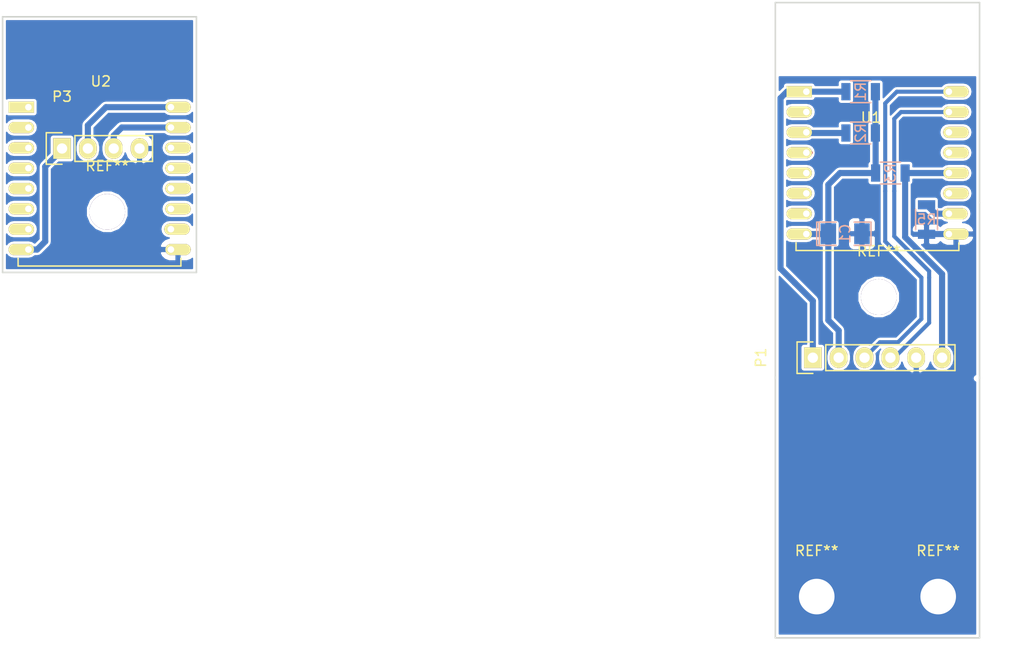
<source format=kicad_pcb>
(kicad_pcb (version 4) (host pcbnew 4.0.2+dfsg1-stable)

  (general
    (links 21)
    (no_connects 1)
    (area 208.839999 66.345999 230.453001 137.362001)
    (thickness 1.6)
    (drawings 16)
    (tracks 63)
    (zones 0)
    (modules 13)
    (nets 32)
  )

  (page A4)
  (layers
    (0 F.Cu signal)
    (31 B.Cu signal)
    (32 B.Adhes user)
    (33 F.Adhes user)
    (34 B.Paste user)
    (35 F.Paste user)
    (36 B.SilkS user)
    (37 F.SilkS user)
    (38 B.Mask user)
    (39 F.Mask user)
    (40 Dwgs.User user)
    (41 Cmts.User user)
    (42 Eco1.User user)
    (43 Eco2.User user)
    (44 Edge.Cuts user)
    (45 Margin user)
    (46 B.CrtYd user)
    (47 F.CrtYd user)
    (48 B.Fab user)
    (49 F.Fab user)
  )

  (setup
    (last_trace_width 0.6)
    (user_trace_width 0.4)
    (user_trace_width 0.6)
    (user_trace_width 0.8)
    (user_trace_width 1)
    (user_trace_width 1.2)
    (trace_clearance 0.2)
    (zone_clearance 0.25)
    (zone_45_only yes)
    (trace_min 0.2)
    (segment_width 0.2)
    (edge_width 0.15)
    (via_size 0.6)
    (via_drill 0.4)
    (via_min_size 0.4)
    (via_min_drill 0.3)
    (uvia_size 0.3)
    (uvia_drill 0.1)
    (uvias_allowed no)
    (uvia_min_size 0.2)
    (uvia_min_drill 0.1)
    (pcb_text_width 0.3)
    (pcb_text_size 1.5 1.5)
    (mod_edge_width 0.15)
    (mod_text_size 1 1)
    (mod_text_width 0.15)
    (pad_size 2.2352 2.2352)
    (pad_drill 1.016)
    (pad_to_mask_clearance 0.2)
    (aux_axis_origin 0 0)
    (visible_elements FFFFFF7F)
    (pcbplotparams
      (layerselection 0x01030_80000001)
      (usegerberextensions false)
      (excludeedgelayer true)
      (linewidth 0.100000)
      (plotframeref false)
      (viasonmask false)
      (mode 1)
      (useauxorigin false)
      (hpglpennumber 1)
      (hpglpenspeed 20)
      (hpglpendiameter 15)
      (hpglpenoverlay 2)
      (psnegative false)
      (psa4output false)
      (plotreference true)
      (plotvalue true)
      (plotinvisibletext false)
      (padsonsilk false)
      (subtractmaskfromsilk false)
      (outputformat 5)
      (mirror false)
      (drillshape 0)
      (scaleselection 1)
      (outputdirectory ""))
  )

  (net 0 "")
  (net 1 GND)
  (net 2 Vcc)
  (net 3 L2)
  (net 4 RXD)
  (net 5 TXD)
  (net 6 PRGM)
  (net 7 RST)
  (net 8 RXD_B)
  (net 9 TXD_B)
  (net 10 Vcc_B)
  (net 11 "Net-(R2-Pad1)")
  (net 12 "Net-(R5-Pad2)")
  (net 13 "Net-(U1-Pad2)")
  (net 14 "Net-(U1-Pad5)")
  (net 15 "Net-(U1-Pad6)")
  (net 16 "Net-(U1-Pad7)")
  (net 17 "Net-(U1-Pad13)")
  (net 18 "Net-(U1-Pad14)")
  (net 19 "Net-(U2-Pad1)")
  (net 20 "Net-(U2-Pad2)")
  (net 21 "Net-(U2-Pad3)")
  (net 22 "Net-(U2-Pad4)")
  (net 23 "Net-(U2-Pad5)")
  (net 24 "Net-(U2-Pad6)")
  (net 25 "Net-(U2-Pad7)")
  (net 26 "Net-(U2-Pad10)")
  (net 27 "Net-(U2-Pad11)")
  (net 28 "Net-(U2-Pad12)")
  (net 29 "Net-(U2-Pad13)")
  (net 30 "Net-(U2-Pad14)")
  (net 31 "Net-(U1-Pad11)")

  (net_class Default "This is the default net class."
    (clearance 0.2)
    (trace_width 0.25)
    (via_dia 0.6)
    (via_drill 0.4)
    (uvia_dia 0.3)
    (uvia_drill 0.1)
    (add_net GND)
    (add_net L2)
    (add_net "Net-(R2-Pad1)")
    (add_net "Net-(R5-Pad2)")
    (add_net "Net-(U1-Pad11)")
    (add_net "Net-(U1-Pad13)")
    (add_net "Net-(U1-Pad14)")
    (add_net "Net-(U1-Pad2)")
    (add_net "Net-(U1-Pad5)")
    (add_net "Net-(U1-Pad6)")
    (add_net "Net-(U1-Pad7)")
    (add_net "Net-(U2-Pad1)")
    (add_net "Net-(U2-Pad10)")
    (add_net "Net-(U2-Pad11)")
    (add_net "Net-(U2-Pad12)")
    (add_net "Net-(U2-Pad13)")
    (add_net "Net-(U2-Pad14)")
    (add_net "Net-(U2-Pad2)")
    (add_net "Net-(U2-Pad3)")
    (add_net "Net-(U2-Pad4)")
    (add_net "Net-(U2-Pad5)")
    (add_net "Net-(U2-Pad6)")
    (add_net "Net-(U2-Pad7)")
    (add_net PRGM)
    (add_net RST)
    (add_net RXD)
    (add_net RXD_B)
    (add_net TXD)
    (add_net TXD_B)
    (add_net Vcc)
    (add_net Vcc_B)
  )

  (module Mounting_Holes:MountingHole_3-5mm (layer F.Cu) (tedit 0) (tstamp 5B119F8C)
    (at 214.376 124.841)
    (descr "Mounting hole, Befestigungsbohrung, 3,5mm, No Annular, Kein Restring,")
    (tags "Mounting hole, Befestigungsbohrung, 3,5mm, No Annular, Kein Restring,")
    (fp_text reference REF** (at 0 -4.50088) (layer F.SilkS)
      (effects (font (size 1 1) (thickness 0.15)))
    )
    (fp_text value MountingHole_3-5mm (at 0 5.00126) (layer F.Fab)
      (effects (font (size 1 1) (thickness 0.15)))
    )
    (fp_circle (center 0 0) (end 3.5 0) (layer Cmts.User) (width 0.381))
    (pad 1 thru_hole circle (at 0 0) (size 3.5 3.5) (drill 3.5) (layers))
  )

  (module Mounting_Holes:MountingHole_3-5mm (layer F.Cu) (tedit 0) (tstamp 5B0B915B)
    (at 144.653 86.995)
    (descr "Mounting hole, Befestigungsbohrung, 3,5mm, No Annular, Kein Restring,")
    (tags "Mounting hole, Befestigungsbohrung, 3,5mm, No Annular, Kein Restring,")
    (fp_text reference REF** (at 0 -4.50088) (layer F.SilkS)
      (effects (font (size 1 1) (thickness 0.15)))
    )
    (fp_text value MountingHole_3-5mm (at 0 5.00126) (layer F.Fab)
      (effects (font (size 1 1) (thickness 0.15)))
    )
    (fp_circle (center 0 0) (end 3.5 0) (layer Cmts.User) (width 0.381))
    (pad 1 thru_hole circle (at 0 0) (size 3.5 3.5) (drill 3.5) (layers))
  )

  (module Mounting_Holes:MountingHole_3-5mm (layer F.Cu) (tedit 0) (tstamp 5B0B8FEC)
    (at 220.472 95.377)
    (descr "Mounting hole, Befestigungsbohrung, 3,5mm, No Annular, Kein Restring,")
    (tags "Mounting hole, Befestigungsbohrung, 3,5mm, No Annular, Kein Restring,")
    (fp_text reference REF** (at 0 -4.50088) (layer F.SilkS)
      (effects (font (size 1 1) (thickness 0.15)))
    )
    (fp_text value MountingHole_3-5mm (at 0 5.00126) (layer F.Fab)
      (effects (font (size 1 1) (thickness 0.15)))
    )
    (fp_circle (center 0 0) (end 3.5 0) (layer Cmts.User) (width 0.381))
    (pad 1 thru_hole circle (at 0 0) (size 3.5 3.5) (drill 3.5) (layers))
  )

  (module esp8266-16pin:ESP-12E (layer F.Cu) (tedit 5AB3C993) (tstamp 5AF03EB2)
    (at 213.36 75.184)
    (descr "Module, ESP-8266, ESP-12, 16 pad, SMD")
    (tags "Module ESP-8266 ESP8266")
    (path /5AF0328B)
    (fp_text reference U1 (at 6.35 2.54) (layer F.SilkS)
      (effects (font (size 1 1) (thickness 0.15)))
    )
    (fp_text value ESP-12E (at 6.35 6.35) (layer F.Fab) hide
      (effects (font (size 1 1) (thickness 0.15)))
    )
    (fp_line (start -2.25 -0.5) (end -2.25 -8.75) (layer F.CrtYd) (width 0.05))
    (fp_line (start -2.25 -8.75) (end 15.25 -8.75) (layer F.CrtYd) (width 0.05))
    (fp_line (start 15.25 -8.75) (end 16.25 -8.75) (layer F.CrtYd) (width 0.05))
    (fp_line (start 16.25 -8.75) (end 16.25 16) (layer F.CrtYd) (width 0.05))
    (fp_line (start 16.25 16) (end -2.25 16) (layer F.CrtYd) (width 0.05))
    (fp_line (start -2.25 16) (end -2.25 -0.5) (layer F.CrtYd) (width 0.05))
    (fp_line (start -1.016 -8.382) (end 14.986 -8.382) (layer F.CrtYd) (width 0.1524))
    (fp_line (start 14.986 -8.382) (end 14.986 -0.889) (layer F.CrtYd) (width 0.1524))
    (fp_line (start -1.016 -8.382) (end -1.016 -1.016) (layer F.CrtYd) (width 0.1524))
    (fp_line (start -1.016 14.859) (end -1.016 15.621) (layer F.SilkS) (width 0.1524))
    (fp_line (start -1.016 15.621) (end 14.986 15.621) (layer F.SilkS) (width 0.1524))
    (fp_line (start 14.986 15.621) (end 14.986 14.859) (layer F.SilkS) (width 0.1524))
    (fp_line (start 14.992 -8.4) (end -1.008 -2.6) (layer F.CrtYd) (width 0.1524))
    (fp_line (start -1.008 -8.4) (end 14.992 -2.6) (layer F.CrtYd) (width 0.1524))
    (fp_text user "No Copper" (at 6.892 -5.4) (layer F.CrtYd)
      (effects (font (size 1 1) (thickness 0.15)))
    )
    (fp_line (start -1.008 -2.6) (end 14.992 -2.6) (layer F.CrtYd) (width 0.1524))
    (fp_line (start 15 -8.4) (end 15 15.6) (layer F.Fab) (width 0.05))
    (fp_line (start 14.992 15.6) (end -1.008 15.6) (layer F.Fab) (width 0.05))
    (fp_line (start -1.008 15.6) (end -1.008 -8.4) (layer F.Fab) (width 0.05))
    (fp_line (start -1.008 -8.4) (end 14.992 -8.4) (layer F.Fab) (width 0.05))
    (pad 1 thru_hole rect (at 0 0) (size 2.5 1.1) (drill 0.65 (offset -0.7 0)) (layers *.Cu *.Mask F.SilkS)
      (net 7 RST))
    (pad 2 thru_hole oval (at 0 2) (size 2.5 1.1) (drill 0.65 (offset -0.7 0)) (layers *.Cu *.Mask F.SilkS)
      (net 13 "Net-(U1-Pad2)"))
    (pad 3 thru_hole oval (at 0 4) (size 2.5 1.1) (drill 0.65 (offset -0.7 0)) (layers *.Cu *.Mask F.SilkS)
      (net 11 "Net-(R2-Pad1)"))
    (pad 4 thru_hole oval (at 0 6) (size 2.5 1.1) (drill 0.65 (offset -0.7 0)) (layers *.Cu *.Mask F.SilkS)
      (net 3 L2))
    (pad 5 thru_hole oval (at 0 8) (size 2.5 1.1) (drill 0.65 (offset -0.7 0)) (layers *.Cu *.Mask F.SilkS)
      (net 14 "Net-(U1-Pad5)"))
    (pad 6 thru_hole oval (at 0 10) (size 2.5 1.1) (drill 0.65 (offset -0.7 0)) (layers *.Cu *.Mask F.SilkS)
      (net 15 "Net-(U1-Pad6)"))
    (pad 7 thru_hole oval (at 0 12) (size 2.5 1.1) (drill 0.65 (offset -0.7 0)) (layers *.Cu *.Mask F.SilkS)
      (net 16 "Net-(U1-Pad7)"))
    (pad 8 thru_hole oval (at 0 14) (size 2.5 1.1) (drill 0.65 (offset -0.7 0)) (layers *.Cu *.Mask F.SilkS)
      (net 2 Vcc))
    (pad 9 thru_hole oval (at 14 14) (size 2.5 1.1) (drill 0.65 (offset 0.7 0)) (layers *.Cu *.Mask F.SilkS)
      (net 1 GND))
    (pad 10 thru_hole oval (at 14 12) (size 2.5 1.1) (drill 0.65 (offset 0.6 0)) (layers *.Cu *.Mask F.SilkS)
      (net 12 "Net-(R5-Pad2)"))
    (pad 11 thru_hole oval (at 14 10) (size 2.5 1.1) (drill 0.65 (offset 0.7 0)) (layers *.Cu *.Mask F.SilkS)
      (net 31 "Net-(U1-Pad11)"))
    (pad 12 thru_hole oval (at 14 8) (size 2.5 1.1) (drill 0.65 (offset 0.7 0)) (layers *.Cu *.Mask F.SilkS)
      (net 6 PRGM))
    (pad 13 thru_hole oval (at 14 6) (size 2.5 1.1) (drill 0.65 (offset 0.7 0)) (layers *.Cu *.Mask F.SilkS)
      (net 17 "Net-(U1-Pad13)"))
    (pad 14 thru_hole oval (at 14 4) (size 2.5 1.1) (drill 0.65 (offset 0.7 0)) (layers *.Cu *.Mask F.SilkS)
      (net 18 "Net-(U1-Pad14)"))
    (pad 15 thru_hole oval (at 14 2) (size 2.5 1.1) (drill 0.65 (offset 0.7 0)) (layers *.Cu *.Mask F.SilkS)
      (net 4 RXD))
    (pad 16 thru_hole oval (at 14 0) (size 2.5 1.1) (drill 0.65 (offset 0.7 0)) (layers *.Cu *.Mask F.SilkS)
      (net 5 TXD))
    (model ${ESPLIB}/ESP8266.3dshapes/ESP-12E.wrl
      (at (xyz 0 0 0))
      (scale (xyz 0.3937 0.3937 0.3937))
      (rotate (xyz 0 0 0))
    )
  )

  (module SMD_Packages:SMD-1206_Pol (layer B.Cu) (tedit 5AF05C7D) (tstamp 5AF03E58)
    (at 217.17 89.154)
    (path /5AF0330D)
    (attr smd)
    (fp_text reference C1 (at 0 0 270) (layer B.SilkS)
      (effects (font (size 1 1) (thickness 0.15)) (justify mirror))
    )
    (fp_text value 100nF (at 0 2.032) (layer B.Fab)
      (effects (font (size 1 1) (thickness 0.15)) (justify mirror))
    )
    (fp_line (start -2.54 1.143) (end -2.794 1.143) (layer B.SilkS) (width 0.15))
    (fp_line (start -2.794 1.143) (end -2.794 -1.143) (layer B.SilkS) (width 0.15))
    (fp_line (start -2.794 -1.143) (end -2.54 -1.143) (layer B.SilkS) (width 0.15))
    (fp_line (start -2.54 1.143) (end -2.54 -1.143) (layer B.SilkS) (width 0.15))
    (fp_line (start -2.54 -1.143) (end -0.889 -1.143) (layer B.SilkS) (width 0.15))
    (fp_line (start 0.889 1.143) (end 2.54 1.143) (layer B.SilkS) (width 0.15))
    (fp_line (start 2.54 1.143) (end 2.54 -1.143) (layer B.SilkS) (width 0.15))
    (fp_line (start 2.54 -1.143) (end 0.889 -1.143) (layer B.SilkS) (width 0.15))
    (fp_line (start -0.889 1.143) (end -2.54 1.143) (layer B.SilkS) (width 0.15))
    (pad 1 smd rect (at -1.651 0) (size 1.524 2.032) (layers B.Cu B.Paste B.Mask)
      (net 2 Vcc))
    (pad 2 smd rect (at 1.651 0) (size 1.524 2.032) (layers B.Cu B.Paste B.Mask)
      (net 1 GND))
    (model SMD_Packages.3dshapes/SMD-1206_Pol.wrl
      (at (xyz 0 0 0))
      (scale (xyz 0.17 0.16 0.16))
      (rotate (xyz 0 0 0))
    )
  )

  (module Socket_Strips:Socket_Strip_Straight_1x04 (layer F.Cu) (tedit 0) (tstamp 5AF03E7A)
    (at 140.208 80.772)
    (descr "Through hole socket strip")
    (tags "socket strip")
    (path /5AF05AC9)
    (fp_text reference P3 (at 0 -5.1) (layer F.SilkS)
      (effects (font (size 1 1) (thickness 0.15)))
    )
    (fp_text value CONN_01X04 (at 0 -3.1) (layer F.Fab)
      (effects (font (size 1 1) (thickness 0.15)))
    )
    (fp_line (start -1.75 -1.75) (end -1.75 1.75) (layer F.CrtYd) (width 0.05))
    (fp_line (start 9.4 -1.75) (end 9.4 1.75) (layer F.CrtYd) (width 0.05))
    (fp_line (start -1.75 -1.75) (end 9.4 -1.75) (layer F.CrtYd) (width 0.05))
    (fp_line (start -1.75 1.75) (end 9.4 1.75) (layer F.CrtYd) (width 0.05))
    (fp_line (start 1.27 -1.27) (end 8.89 -1.27) (layer F.SilkS) (width 0.15))
    (fp_line (start 1.27 1.27) (end 8.89 1.27) (layer F.SilkS) (width 0.15))
    (fp_line (start -1.55 1.55) (end 0 1.55) (layer F.SilkS) (width 0.15))
    (fp_line (start 8.89 -1.27) (end 8.89 1.27) (layer F.SilkS) (width 0.15))
    (fp_line (start 1.27 1.27) (end 1.27 -1.27) (layer F.SilkS) (width 0.15))
    (fp_line (start 0 -1.55) (end -1.55 -1.55) (layer F.SilkS) (width 0.15))
    (fp_line (start -1.55 -1.55) (end -1.55 1.55) (layer F.SilkS) (width 0.15))
    (pad 1 thru_hole rect (at 0 0) (size 1.7272 2.032) (drill 1.016) (layers *.Cu *.Mask F.SilkS)
      (net 10 Vcc_B))
    (pad 2 thru_hole oval (at 2.54 0) (size 1.7272 2.032) (drill 1.016) (layers *.Cu *.Mask F.SilkS)
      (net 9 TXD_B))
    (pad 3 thru_hole oval (at 5.08 0) (size 1.7272 2.032) (drill 1.016) (layers *.Cu *.Mask F.SilkS)
      (net 8 RXD_B))
    (pad 4 thru_hole oval (at 7.62 0) (size 1.7272 2.032) (drill 1.016) (layers *.Cu *.Mask F.SilkS)
      (net 1 GND))
    (model Socket_Strips.3dshapes/Socket_Strip_Straight_1x04.wrl
      (at (xyz 0.15 0 0))
      (scale (xyz 1 1 1))
      (rotate (xyz 0 0 180))
    )
  )

  (module Resistors_SMD:R_1206 (layer B.Cu) (tedit 5AF05C64) (tstamp 5AF03E80)
    (at 218.694 75.184)
    (descr "Resistor SMD 1206, reflow soldering, Vishay (see dcrcw.pdf)")
    (tags "resistor 1206")
    (path /5AF036B1)
    (attr smd)
    (fp_text reference R1 (at 0 0 270) (layer B.SilkS)
      (effects (font (size 1 1) (thickness 0.15)) (justify mirror))
    )
    (fp_text value 10KR (at -4.318 0) (layer B.Fab)
      (effects (font (size 1 1) (thickness 0.15)) (justify mirror))
    )
    (fp_line (start -2.2 1.2) (end 2.2 1.2) (layer B.CrtYd) (width 0.05))
    (fp_line (start -2.2 -1.2) (end 2.2 -1.2) (layer B.CrtYd) (width 0.05))
    (fp_line (start -2.2 1.2) (end -2.2 -1.2) (layer B.CrtYd) (width 0.05))
    (fp_line (start 2.2 1.2) (end 2.2 -1.2) (layer B.CrtYd) (width 0.05))
    (fp_line (start 1 -1.075) (end -1 -1.075) (layer B.SilkS) (width 0.15))
    (fp_line (start -1 1.075) (end 1 1.075) (layer B.SilkS) (width 0.15))
    (pad 1 smd rect (at -1.45 0) (size 0.9 1.7) (layers B.Cu B.Paste B.Mask)
      (net 7 RST))
    (pad 2 smd rect (at 1.45 0) (size 0.9 1.7) (layers B.Cu B.Paste B.Mask)
      (net 2 Vcc))
    (model Resistors_SMD.3dshapes/R_1206.wrl
      (at (xyz 0 0 0))
      (scale (xyz 1 1 1))
      (rotate (xyz 0 0 0))
    )
  )

  (module Resistors_SMD:R_1206 (layer B.Cu) (tedit 5AF05C6B) (tstamp 5AF03E86)
    (at 218.694 79.248)
    (descr "Resistor SMD 1206, reflow soldering, Vishay (see dcrcw.pdf)")
    (tags "resistor 1206")
    (path /5AF0372E)
    (attr smd)
    (fp_text reference R2 (at 0 0 270) (layer B.SilkS)
      (effects (font (size 1 1) (thickness 0.15)) (justify mirror))
    )
    (fp_text value 10KR (at -4.318 0) (layer B.Fab)
      (effects (font (size 1 1) (thickness 0.15)) (justify mirror))
    )
    (fp_line (start -2.2 1.2) (end 2.2 1.2) (layer B.CrtYd) (width 0.05))
    (fp_line (start -2.2 -1.2) (end 2.2 -1.2) (layer B.CrtYd) (width 0.05))
    (fp_line (start -2.2 1.2) (end -2.2 -1.2) (layer B.CrtYd) (width 0.05))
    (fp_line (start 2.2 1.2) (end 2.2 -1.2) (layer B.CrtYd) (width 0.05))
    (fp_line (start 1 -1.075) (end -1 -1.075) (layer B.SilkS) (width 0.15))
    (fp_line (start -1 1.075) (end 1 1.075) (layer B.SilkS) (width 0.15))
    (pad 1 smd rect (at -1.45 0) (size 0.9 1.7) (layers B.Cu B.Paste B.Mask)
      (net 11 "Net-(R2-Pad1)"))
    (pad 2 smd rect (at 1.45 0) (size 0.9 1.7) (layers B.Cu B.Paste B.Mask)
      (net 2 Vcc))
    (model Resistors_SMD.3dshapes/R_1206.wrl
      (at (xyz 0 0 0))
      (scale (xyz 1 1 1))
      (rotate (xyz 0 0 0))
    )
  )

  (module Resistors_SMD:R_1206 (layer B.Cu) (tedit 5AF05CA3) (tstamp 5AF03E8C)
    (at 221.615 83.185)
    (descr "Resistor SMD 1206, reflow soldering, Vishay (see dcrcw.pdf)")
    (tags "resistor 1206")
    (path /5AF034C3)
    (attr smd)
    (fp_text reference R3 (at 0 0 270) (layer B.SilkS)
      (effects (font (size 1 1) (thickness 0.15)) (justify mirror))
    )
    (fp_text value 10KR (at -4.318 0) (layer B.Fab)
      (effects (font (size 1 1) (thickness 0.15)) (justify mirror))
    )
    (fp_line (start -2.2 1.2) (end 2.2 1.2) (layer B.CrtYd) (width 0.05))
    (fp_line (start -2.2 -1.2) (end 2.2 -1.2) (layer B.CrtYd) (width 0.05))
    (fp_line (start -2.2 1.2) (end -2.2 -1.2) (layer B.CrtYd) (width 0.05))
    (fp_line (start 2.2 1.2) (end 2.2 -1.2) (layer B.CrtYd) (width 0.05))
    (fp_line (start 1 -1.075) (end -1 -1.075) (layer B.SilkS) (width 0.15))
    (fp_line (start -1 1.075) (end 1 1.075) (layer B.SilkS) (width 0.15))
    (pad 1 smd rect (at -1.45 0) (size 0.9 1.7) (layers B.Cu B.Paste B.Mask)
      (net 2 Vcc))
    (pad 2 smd rect (at 1.45 0) (size 0.9 1.7) (layers B.Cu B.Paste B.Mask)
      (net 6 PRGM))
    (model Resistors_SMD.3dshapes/R_1206.wrl
      (at (xyz 0 0 0))
      (scale (xyz 1 1 1))
      (rotate (xyz 0 0 0))
    )
  )

  (module Resistors_SMD:R_1206 (layer B.Cu) (tedit 5AF05C7A) (tstamp 5AF03E98)
    (at 225.171 87.757 90)
    (descr "Resistor SMD 1206, reflow soldering, Vishay (see dcrcw.pdf)")
    (tags "resistor 1206")
    (path /5AF03412)
    (attr smd)
    (fp_text reference R5 (at 0 0 360) (layer B.SilkS)
      (effects (font (size 1 1) (thickness 0.15)) (justify mirror))
    )
    (fp_text value 10kR (at 0 2.286 90) (layer B.Fab)
      (effects (font (size 1 1) (thickness 0.15)) (justify mirror))
    )
    (fp_line (start -2.2 1.2) (end 2.2 1.2) (layer B.CrtYd) (width 0.05))
    (fp_line (start -2.2 -1.2) (end 2.2 -1.2) (layer B.CrtYd) (width 0.05))
    (fp_line (start -2.2 1.2) (end -2.2 -1.2) (layer B.CrtYd) (width 0.05))
    (fp_line (start 2.2 1.2) (end 2.2 -1.2) (layer B.CrtYd) (width 0.05))
    (fp_line (start 1 -1.075) (end -1 -1.075) (layer B.SilkS) (width 0.15))
    (fp_line (start -1 1.075) (end 1 1.075) (layer B.SilkS) (width 0.15))
    (pad 1 smd rect (at -1.45 0 90) (size 0.9 1.7) (layers B.Cu B.Paste B.Mask)
      (net 1 GND))
    (pad 2 smd rect (at 1.45 0 90) (size 0.9 1.7) (layers B.Cu B.Paste B.Mask)
      (net 12 "Net-(R5-Pad2)"))
    (model Resistors_SMD.3dshapes/R_1206.wrl
      (at (xyz 0 0 0))
      (scale (xyz 1 1 1))
      (rotate (xyz 0 0 0))
    )
  )

  (module esp8266-16pin:ESP-12E (layer F.Cu) (tedit 5AF05E61) (tstamp 5AF03ECC)
    (at 136.906 76.708)
    (descr "Module, ESP-8266, ESP-12, 16 pad, SMD")
    (tags "Module ESP-8266 ESP8266")
    (path /5AF05A6E)
    (fp_text reference U2 (at 7.112 -2.54) (layer F.SilkS)
      (effects (font (size 1 1) (thickness 0.15)))
    )
    (fp_text value ESP-12E (at 6.35 6.35) (layer F.Fab) hide
      (effects (font (size 1 1) (thickness 0.15)))
    )
    (fp_line (start -2.25 -0.5) (end -2.25 -8.75) (layer F.CrtYd) (width 0.05))
    (fp_line (start -2.25 -8.75) (end 15.25 -8.75) (layer F.CrtYd) (width 0.05))
    (fp_line (start 15.25 -8.75) (end 16.25 -8.75) (layer F.CrtYd) (width 0.05))
    (fp_line (start 16.25 -8.75) (end 16.25 16) (layer F.CrtYd) (width 0.05))
    (fp_line (start 16.25 16) (end -2.25 16) (layer F.CrtYd) (width 0.05))
    (fp_line (start -2.25 16) (end -2.25 -0.5) (layer F.CrtYd) (width 0.05))
    (fp_line (start -1.016 -8.382) (end 14.986 -8.382) (layer F.CrtYd) (width 0.1524))
    (fp_line (start 14.986 -8.382) (end 14.986 -0.889) (layer F.CrtYd) (width 0.1524))
    (fp_line (start -1.016 -8.382) (end -1.016 -1.016) (layer F.CrtYd) (width 0.1524))
    (fp_line (start -1.016 14.859) (end -1.016 15.621) (layer F.SilkS) (width 0.1524))
    (fp_line (start -1.016 15.621) (end 14.986 15.621) (layer F.SilkS) (width 0.1524))
    (fp_line (start 14.986 15.621) (end 14.986 14.859) (layer F.SilkS) (width 0.1524))
    (fp_line (start 14.992 -8.4) (end -1.008 -2.6) (layer F.CrtYd) (width 0.1524))
    (fp_line (start -1.008 -8.4) (end 14.992 -2.6) (layer F.CrtYd) (width 0.1524))
    (fp_text user "No Copper" (at 6.892 -5.4) (layer F.CrtYd)
      (effects (font (size 1 1) (thickness 0.15)))
    )
    (fp_line (start -1.008 -2.6) (end 14.992 -2.6) (layer F.CrtYd) (width 0.1524))
    (fp_line (start 15 -8.4) (end 15 15.6) (layer F.Fab) (width 0.05))
    (fp_line (start 14.992 15.6) (end -1.008 15.6) (layer F.Fab) (width 0.05))
    (fp_line (start -1.008 15.6) (end -1.008 -8.4) (layer F.Fab) (width 0.05))
    (fp_line (start -1.008 -8.4) (end 14.992 -8.4) (layer F.Fab) (width 0.05))
    (pad 1 thru_hole rect (at 0 0) (size 2.5 1.1) (drill 0.65 (offset -0.7 0)) (layers *.Cu *.Mask F.SilkS)
      (net 19 "Net-(U2-Pad1)"))
    (pad 2 thru_hole oval (at 0 2) (size 2.5 1.1) (drill 0.65 (offset -0.7 0)) (layers *.Cu *.Mask F.SilkS)
      (net 20 "Net-(U2-Pad2)"))
    (pad 3 thru_hole oval (at 0 4) (size 2.5 1.1) (drill 0.65 (offset -0.7 0)) (layers *.Cu *.Mask F.SilkS)
      (net 21 "Net-(U2-Pad3)"))
    (pad 4 thru_hole oval (at 0 6) (size 2.5 1.1) (drill 0.65 (offset -0.7 0)) (layers *.Cu *.Mask F.SilkS)
      (net 22 "Net-(U2-Pad4)"))
    (pad 5 thru_hole oval (at 0 8) (size 2.5 1.1) (drill 0.65 (offset -0.7 0)) (layers *.Cu *.Mask F.SilkS)
      (net 23 "Net-(U2-Pad5)"))
    (pad 6 thru_hole oval (at 0 10) (size 2.5 1.1) (drill 0.65 (offset -0.7 0)) (layers *.Cu *.Mask F.SilkS)
      (net 24 "Net-(U2-Pad6)"))
    (pad 7 thru_hole oval (at 0 12) (size 2.5 1.1) (drill 0.65 (offset -0.7 0)) (layers *.Cu *.Mask F.SilkS)
      (net 25 "Net-(U2-Pad7)"))
    (pad 8 thru_hole oval (at 0 14) (size 2.5 1.1) (drill 0.65 (offset -0.7 0)) (layers *.Cu *.Mask F.SilkS)
      (net 10 Vcc_B))
    (pad 9 thru_hole oval (at 14 14) (size 2.5 1.1) (drill 0.65 (offset 0.7 0)) (layers *.Cu *.Mask F.SilkS)
      (net 1 GND))
    (pad 10 thru_hole oval (at 14 12) (size 2.5 1.1) (drill 0.65 (offset 0.6 0)) (layers *.Cu *.Mask F.SilkS)
      (net 26 "Net-(U2-Pad10)"))
    (pad 11 thru_hole oval (at 14 10) (size 2.5 1.1) (drill 0.65 (offset 0.7 0)) (layers *.Cu *.Mask F.SilkS)
      (net 27 "Net-(U2-Pad11)"))
    (pad 12 thru_hole oval (at 14 8) (size 2.5 1.1) (drill 0.65 (offset 0.7 0)) (layers *.Cu *.Mask F.SilkS)
      (net 28 "Net-(U2-Pad12)"))
    (pad 13 thru_hole oval (at 14 6) (size 2.5 1.1) (drill 0.65 (offset 0.7 0)) (layers *.Cu *.Mask F.SilkS)
      (net 29 "Net-(U2-Pad13)"))
    (pad 14 thru_hole oval (at 14 4) (size 2.5 1.1) (drill 0.65 (offset 0.7 0)) (layers *.Cu *.Mask F.SilkS)
      (net 30 "Net-(U2-Pad14)"))
    (pad 15 thru_hole oval (at 14 2) (size 2.5 1.1) (drill 0.65 (offset 0.7 0)) (layers *.Cu *.Mask F.SilkS)
      (net 8 RXD_B))
    (pad 16 thru_hole oval (at 14 0) (size 2.5 1.1) (drill 0.65 (offset 0.7 0)) (layers *.Cu *.Mask F.SilkS)
      (net 9 TXD_B))
    (model ${ESPLIB}/ESP8266.3dshapes/ESP-12E.wrl
      (at (xyz 0 0 0))
      (scale (xyz 0.3937 0.3937 0.3937))
      (rotate (xyz 0 0 0))
    )
  )

  (module Pin_Headers:Pin_Header_Straight_1x06 (layer F.Cu) (tedit 0) (tstamp 5B0E55C9)
    (at 213.995 101.346 90)
    (descr "Through hole pin header")
    (tags "pin header")
    (path /5B0E54C9)
    (fp_text reference P1 (at 0 -5.1 90) (layer F.SilkS)
      (effects (font (size 1 1) (thickness 0.15)))
    )
    (fp_text value CONN_01X06 (at 0 -3.1 90) (layer F.Fab)
      (effects (font (size 1 1) (thickness 0.15)))
    )
    (fp_line (start -1.75 -1.75) (end -1.75 14.45) (layer F.CrtYd) (width 0.05))
    (fp_line (start 1.75 -1.75) (end 1.75 14.45) (layer F.CrtYd) (width 0.05))
    (fp_line (start -1.75 -1.75) (end 1.75 -1.75) (layer F.CrtYd) (width 0.05))
    (fp_line (start -1.75 14.45) (end 1.75 14.45) (layer F.CrtYd) (width 0.05))
    (fp_line (start 1.27 1.27) (end 1.27 13.97) (layer F.SilkS) (width 0.15))
    (fp_line (start 1.27 13.97) (end -1.27 13.97) (layer F.SilkS) (width 0.15))
    (fp_line (start -1.27 13.97) (end -1.27 1.27) (layer F.SilkS) (width 0.15))
    (fp_line (start 1.55 -1.55) (end 1.55 0) (layer F.SilkS) (width 0.15))
    (fp_line (start 1.27 1.27) (end -1.27 1.27) (layer F.SilkS) (width 0.15))
    (fp_line (start -1.55 0) (end -1.55 -1.55) (layer F.SilkS) (width 0.15))
    (fp_line (start -1.55 -1.55) (end 1.55 -1.55) (layer F.SilkS) (width 0.15))
    (pad 1 thru_hole rect (at 0 0 90) (size 2.032 1.7272) (drill 1.016) (layers *.Cu *.Mask F.SilkS)
      (net 7 RST))
    (pad 2 thru_hole oval (at 0 2.54 90) (size 2.032 1.7272) (drill 1.016) (layers *.Cu *.Mask F.SilkS)
      (net 2 Vcc))
    (pad 3 thru_hole oval (at 0 5.08 90) (size 2.032 1.7272) (drill 1.016) (layers *.Cu *.Mask F.SilkS)
      (net 5 TXD))
    (pad 4 thru_hole oval (at 0 7.62 90) (size 2.032 1.7272) (drill 1.016) (layers *.Cu *.Mask F.SilkS)
      (net 4 RXD))
    (pad 5 thru_hole oval (at 0 10.16 90) (size 2.032 1.7272) (drill 1.016) (layers *.Cu *.Mask F.SilkS)
      (net 1 GND))
    (pad 6 thru_hole oval (at 0 12.7 90) (size 2.032 1.7272) (drill 1.016) (layers *.Cu *.Mask F.SilkS)
      (net 6 PRGM))
    (model Pin_Headers.3dshapes/Pin_Header_Straight_1x06.wrl
      (at (xyz 0 -0.25 0))
      (scale (xyz 1 1 1))
      (rotate (xyz 0 0 90))
    )
  )

  (module Mounting_Holes:MountingHole_3-5mm (layer F.Cu) (tedit 0) (tstamp 5B0E5D16)
    (at 226.314 124.841)
    (descr "Mounting hole, Befestigungsbohrung, 3,5mm, No Annular, Kein Restring,")
    (tags "Mounting hole, Befestigungsbohrung, 3,5mm, No Annular, Kein Restring,")
    (fp_text reference REF** (at 0 -4.50088) (layer F.SilkS)
      (effects (font (size 1 1) (thickness 0.15)))
    )
    (fp_text value MountingHole_3-5mm (at 0 5.00126) (layer F.Fab)
      (effects (font (size 1 1) (thickness 0.15)))
    )
    (fp_circle (center 0 0) (end 3.5 0) (layer Cmts.User) (width 0.381))
    (pad 1 thru_hole circle (at 0 0) (size 3.5 3.5) (drill 3.5) (layers))
  )

  (gr_line (start 210.312 128.905) (end 210.312 103.378) (angle 90) (layer Edge.Cuts) (width 0.15))
  (gr_line (start 210.693 128.905) (end 210.312 128.905) (angle 90) (layer Edge.Cuts) (width 0.15))
  (gr_line (start 230.378 128.905) (end 210.693 128.905) (angle 90) (layer Edge.Cuts) (width 0.15))
  (gr_line (start 230.378 103.378) (end 230.378 128.905) (angle 90) (layer Edge.Cuts) (width 0.15))
  (gr_line (start 231.521 128.921) (end 231.521 66.421) (angle 90) (layer Dwgs.User) (width 0.2))
  (gr_line (start 210.312 103.378) (end 210.312 103.251) (angle 90) (layer Edge.Cuts) (width 0.15))
  (gr_line (start 230.378 103.378) (end 230.378 103.251) (angle 90) (layer Edge.Cuts) (width 0.15))
  (gr_line (start 230.378 103.251) (end 230.378 86.106) (angle 90) (layer Edge.Cuts) (width 0.15))
  (gr_line (start 210.312 66.421) (end 210.312 103.251) (angle 90) (layer Edge.Cuts) (width 0.15))
  (gr_line (start 230.378 66.421) (end 210.312 66.421) (angle 90) (layer Edge.Cuts) (width 0.15))
  (gr_line (start 230.378 86.106) (end 230.378 66.421) (angle 90) (layer Edge.Cuts) (width 0.15))
  (gr_line (start 134.366 92.964) (end 134.366 67.818) (angle 90) (layer Edge.Cuts) (width 0.15))
  (gr_line (start 153.416 67.818) (end 153.416 92.964) (angle 90) (layer Edge.Cuts) (width 0.15))
  (gr_line (start 134.366 67.818) (end 134.62 67.818) (angle 90) (layer Edge.Cuts) (width 0.15))
  (gr_line (start 153.416 92.964) (end 134.366 92.964) (angle 90) (layer Edge.Cuts) (width 0.15))
  (gr_line (start 134.62 67.818) (end 153.416 67.818) (angle 90) (layer Edge.Cuts) (width 0.15))

  (segment (start 227.36 89.184) (end 225.194 89.184) (width 0.6) (layer B.Cu) (net 1))
  (segment (start 225.194 89.184) (end 225.171 89.207) (width 0.6) (layer B.Cu) (net 1) (tstamp 5B0EE95F))
  (segment (start 215.519 89.154) (end 215.519 97.663) (width 0.6) (layer B.Cu) (net 2))
  (segment (start 216.535 98.679) (end 216.535 101.346) (width 0.6) (layer B.Cu) (net 2) (tstamp 5B0EE9D1))
  (segment (start 215.519 97.663) (end 216.535 98.679) (width 0.6) (layer B.Cu) (net 2) (tstamp 5B0EE9D0))
  (segment (start 213.36 89.184) (end 215.489 89.184) (width 0.6) (layer B.Cu) (net 2))
  (segment (start 215.489 89.184) (end 215.519 89.154) (width 0.6) (layer B.Cu) (net 2) (tstamp 5B0B90FF))
  (segment (start 215.519 89.154) (end 215.519 84.328) (width 0.6) (layer B.Cu) (net 2))
  (segment (start 216.662 83.185) (end 220.165 83.185) (width 0.6) (layer B.Cu) (net 2) (tstamp 5B0B90FC))
  (segment (start 215.519 84.328) (end 216.662 83.185) (width 0.6) (layer B.Cu) (net 2) (tstamp 5B0B90FB))
  (segment (start 220.144 75.184) (end 220.144 79.248) (width 0.6) (layer B.Cu) (net 2))
  (segment (start 220.144 79.248) (end 220.165 79.269) (width 0.6) (layer B.Cu) (net 2) (tstamp 5B0B90F7))
  (segment (start 220.165 79.269) (end 220.165 83.185) (width 0.6) (layer B.Cu) (net 2) (tstamp 5B0B90F8))
  (segment (start 215.803 89.184) (end 215.9 89.281) (width 0.6) (layer B.Cu) (net 2) (tstamp 5B068DE5))
  (segment (start 213.772 81.184) (end 213.36 81.184) (width 0.4) (layer F.Cu) (net 3) (tstamp 5AF0531E))
  (segment (start 221.615 101.346) (end 221.996 101.346) (width 0.4) (layer B.Cu) (net 4))
  (segment (start 221.996 101.346) (end 222.631 100.711) (width 0.4) (layer B.Cu) (net 4) (tstamp 5B0EE9BF))
  (segment (start 221.996 89.408) (end 225.425 92.837) (width 0.4) (layer B.Cu) (net 4) (tstamp 5B0B911A))
  (segment (start 225.425 92.837) (end 225.425 93.472) (width 0.4) (layer B.Cu) (net 4) (tstamp 5B0B911C))
  (segment (start 225.425 93.472) (end 225.425 97.917) (width 0.4) (layer B.Cu) (net 4))
  (segment (start 227.36 77.184) (end 222.663 77.184) (width 0.4) (layer B.Cu) (net 4))
  (segment (start 221.996 77.851) (end 221.996 84.963) (width 0.4) (layer B.Cu) (net 4) (tstamp 5B0B9105))
  (segment (start 222.663 77.184) (end 221.996 77.851) (width 0.4) (layer B.Cu) (net 4) (tstamp 5B0B9104))
  (segment (start 221.996 84.963) (end 221.996 89.408) (width 0.4) (layer B.Cu) (net 4))
  (segment (start 225.425 97.917) (end 222.631 100.711) (width 0.4) (layer B.Cu) (net 4))
  (segment (start 222.123 101.346) (end 221.615 101.346) (width 0.4) (layer B.Cu) (net 4) (tstamp 5B0EE9B9))
  (segment (start 219.075 101.346) (end 220.599 99.822) (width 0.4) (layer B.Cu) (net 5))
  (segment (start 221.107 89.916) (end 224.663 93.472) (width 0.4) (layer B.Cu) (net 5) (tstamp 5B0B9116))
  (segment (start 224.663 97.536) (end 224.663 93.472) (width 0.4) (layer B.Cu) (net 5) (tstamp 5B0B9110))
  (segment (start 222.377 99.822) (end 224.663 97.536) (width 0.4) (layer B.Cu) (net 5) (tstamp 5B0B910F))
  (segment (start 222.25 75.184) (end 227.36 75.184) (width 0.4) (layer B.Cu) (net 5))
  (segment (start 221.107 76.327) (end 221.107 84.963) (width 0.4) (layer B.Cu) (net 5) (tstamp 5B0B9109))
  (segment (start 222.25 75.184) (end 221.107 76.327) (width 0.4) (layer B.Cu) (net 5) (tstamp 5B0B9108))
  (segment (start 221.107 84.963) (end 221.107 89.916) (width 0.4) (layer B.Cu) (net 5))
  (segment (start 220.599 99.822) (end 222.377 99.822) (width 0.4) (layer B.Cu) (net 5) (tstamp 5B0EE9B4))
  (segment (start 226.695 101.346) (end 226.695 93.117048) (width 0.6) (layer B.Cu) (net 6))
  (segment (start 223.065 89.487048) (end 223.065 83.185) (width 0.6) (layer B.Cu) (net 6) (tstamp 5B0EE9C4))
  (segment (start 226.695 93.117048) (end 223.065 89.487048) (width 0.6) (layer B.Cu) (net 6) (tstamp 5B0E5641))
  (segment (start 223.065 83.185) (end 227.359 83.185) (width 0.6) (layer B.Cu) (net 6))
  (segment (start 227.359 83.185) (end 227.36 83.184) (width 0.6) (layer B.Cu) (net 6) (tstamp 5B0B911F))
  (segment (start 213.995 101.346) (end 213.995 95.758) (width 0.6) (layer B.Cu) (net 7))
  (segment (start 212.217 93.98) (end 210.82 92.583) (width 0.6) (layer B.Cu) (net 7) (tstamp 5B0EE9C8))
  (segment (start 210.82 92.583) (end 210.82 75.819) (width 0.6) (layer B.Cu) (net 7) (tstamp 5B0EE9C9))
  (segment (start 210.82 75.819) (end 211.455 75.184) (width 0.6) (layer B.Cu) (net 7) (tstamp 5B0EE9CA))
  (segment (start 213.995 95.758) (end 212.217 93.98) (width 0.6) (layer B.Cu) (net 7) (tstamp 5B0E564C))
  (segment (start 211.455 75.184) (end 213.36 75.184) (width 0.6) (layer B.Cu) (net 7) (tstamp 5B0EE9CB))
  (segment (start 213.36 75.184) (end 217.244 75.184) (width 0.6) (layer B.Cu) (net 7))
  (segment (start 150.906 78.708) (end 146.082 78.708) (width 0.6) (layer B.Cu) (net 8))
  (segment (start 145.288 79.502) (end 145.288 80.772) (width 0.6) (layer B.Cu) (net 8) (tstamp 5B0B9169))
  (segment (start 146.082 78.708) (end 145.288 79.502) (width 0.6) (layer B.Cu) (net 8) (tstamp 5B0B9168))
  (segment (start 150.906 78.708) (end 150.906 78.71) (width 0.8) (layer F.Cu) (net 8))
  (segment (start 150.906 76.708) (end 144.526 76.708) (width 0.6) (layer B.Cu) (net 9))
  (segment (start 142.748 78.486) (end 142.748 80.772) (width 0.6) (layer B.Cu) (net 9) (tstamp 5B0B9165))
  (segment (start 144.526 76.708) (end 142.748 78.486) (width 0.6) (layer B.Cu) (net 9) (tstamp 5B0B9164))
  (segment (start 140.208 80.772) (end 140.208 80.899) (width 0.6) (layer B.Cu) (net 10))
  (segment (start 140.208 80.899) (end 138.557 82.55) (width 0.6) (layer B.Cu) (net 10) (tstamp 5B0B916C))
  (segment (start 138.557 82.55) (end 138.557 89.916) (width 0.6) (layer B.Cu) (net 10) (tstamp 5B0B916D))
  (segment (start 138.557 89.916) (end 137.765 90.708) (width 0.6) (layer B.Cu) (net 10) (tstamp 5B0B916E))
  (segment (start 137.765 90.708) (end 136.906 90.708) (width 0.6) (layer B.Cu) (net 10) (tstamp 5B0B916F))
  (segment (start 217.244 79.248) (end 213.424 79.248) (width 0.6) (layer B.Cu) (net 11))
  (segment (start 213.424 79.248) (end 213.36 79.184) (width 0.6) (layer B.Cu) (net 11) (tstamp 5B0B9126))
  (segment (start 227.36 87.184) (end 226.048 87.184) (width 0.6) (layer B.Cu) (net 12))
  (segment (start 226.048 87.184) (end 225.171 86.307) (width 0.6) (layer B.Cu) (net 12) (tstamp 5B0EE962))

  (zone (net 1) (net_name GND) (layer B.Cu) (tstamp 5AF06229) (hatch edge 0.508)
    (connect_pads (clearance 0.25))
    (min_thickness 0.15)
    (fill yes (arc_segments 16) (thermal_gap 0.508) (thermal_bridge_width 0.508))
    (polygon
      (pts
        (xy 153.67 92.964) (xy 134.112 92.964) (xy 134.112 67.564) (xy 153.67 67.564) (xy 153.67 92.964)
      )
    )
    (filled_polygon
      (pts
        (xy 153.016 76.179715) (xy 152.955574 76.089282) (xy 152.671704 75.899605) (xy 152.336856 75.833) (xy 150.875144 75.833)
        (xy 150.540296 75.899605) (xy 150.265828 76.083) (xy 144.526005 76.083) (xy 144.526 76.082999) (xy 144.286823 76.130575)
        (xy 144.084058 76.266058) (xy 142.306058 78.044058) (xy 142.170575 78.246823) (xy 142.123 78.486) (xy 142.123 79.60889)
        (xy 141.907533 79.752861) (xy 141.649877 80.13847) (xy 141.5594 80.593328) (xy 141.5594 80.950672) (xy 141.649877 81.40553)
        (xy 141.907533 81.791139) (xy 142.293142 82.048795) (xy 142.748 82.139272) (xy 143.202858 82.048795) (xy 143.588467 81.791139)
        (xy 143.846123 81.40553) (xy 143.9366 80.950672) (xy 143.9366 80.593328) (xy 143.846123 80.13847) (xy 143.588467 79.752861)
        (xy 143.373 79.60889) (xy 143.373 78.744884) (xy 144.784884 77.333) (xy 150.265828 77.333) (xy 150.540296 77.516395)
        (xy 150.875144 77.583) (xy 152.336856 77.583) (xy 152.671704 77.516395) (xy 152.955574 77.326718) (xy 153.016 77.236285)
        (xy 153.016 78.179715) (xy 152.955574 78.089282) (xy 152.671704 77.899605) (xy 152.336856 77.833) (xy 150.875144 77.833)
        (xy 150.540296 77.899605) (xy 150.265828 78.083) (xy 146.082005 78.083) (xy 146.082 78.082999) (xy 145.842823 78.130575)
        (xy 145.640058 78.266058) (xy 145.640056 78.266061) (xy 144.846058 79.060058) (xy 144.710575 79.262823) (xy 144.663 79.502)
        (xy 144.663 79.60889) (xy 144.447533 79.752861) (xy 144.189877 80.13847) (xy 144.0994 80.593328) (xy 144.0994 80.950672)
        (xy 144.189877 81.40553) (xy 144.447533 81.791139) (xy 144.833142 82.048795) (xy 145.288 82.139272) (xy 145.742858 82.048795)
        (xy 146.128467 81.791139) (xy 146.386123 81.40553) (xy 146.422639 81.221953) (xy 146.609872 81.702067) (xy 147.000197 82.109028)
        (xy 147.426645 82.314208) (xy 147.649 82.212876) (xy 147.649 80.951) (xy 148.007 80.951) (xy 148.007 82.212876)
        (xy 148.229355 82.314208) (xy 148.655803 82.109028) (xy 149.046128 81.702067) (xy 149.251004 81.176713) (xy 149.127205 80.951)
        (xy 148.007 80.951) (xy 147.649 80.951) (xy 147.629 80.951) (xy 147.629 80.593) (xy 147.649 80.593)
        (xy 147.649 80.573) (xy 148.007 80.573) (xy 148.007 80.593) (xy 149.127205 80.593) (xy 149.251004 80.367287)
        (xy 149.046128 79.841933) (xy 148.655803 79.434972) (xy 148.443863 79.333) (xy 150.265828 79.333) (xy 150.540296 79.516395)
        (xy 150.875144 79.583) (xy 152.336856 79.583) (xy 152.671704 79.516395) (xy 152.955574 79.326718) (xy 153.016 79.236285)
        (xy 153.016 80.179715) (xy 152.955574 80.089282) (xy 152.671704 79.899605) (xy 152.336856 79.833) (xy 150.875144 79.833)
        (xy 150.540296 79.899605) (xy 150.256426 80.089282) (xy 150.066749 80.373152) (xy 150.000144 80.708) (xy 150.066749 81.042848)
        (xy 150.256426 81.326718) (xy 150.540296 81.516395) (xy 150.875144 81.583) (xy 152.336856 81.583) (xy 152.671704 81.516395)
        (xy 152.955574 81.326718) (xy 153.016 81.236285) (xy 153.016 82.179715) (xy 152.955574 82.089282) (xy 152.671704 81.899605)
        (xy 152.336856 81.833) (xy 150.875144 81.833) (xy 150.540296 81.899605) (xy 150.256426 82.089282) (xy 150.066749 82.373152)
        (xy 150.000144 82.708) (xy 150.066749 83.042848) (xy 150.256426 83.326718) (xy 150.540296 83.516395) (xy 150.875144 83.583)
        (xy 152.336856 83.583) (xy 152.671704 83.516395) (xy 152.955574 83.326718) (xy 153.016 83.236285) (xy 153.016 84.179715)
        (xy 152.955574 84.089282) (xy 152.671704 83.899605) (xy 152.336856 83.833) (xy 150.875144 83.833) (xy 150.540296 83.899605)
        (xy 150.256426 84.089282) (xy 150.066749 84.373152) (xy 150.000144 84.708) (xy 150.066749 85.042848) (xy 150.256426 85.326718)
        (xy 150.540296 85.516395) (xy 150.875144 85.583) (xy 152.336856 85.583) (xy 152.671704 85.516395) (xy 152.955574 85.326718)
        (xy 153.016 85.236285) (xy 153.016 86.179715) (xy 152.955574 86.089282) (xy 152.671704 85.899605) (xy 152.336856 85.833)
        (xy 150.875144 85.833) (xy 150.540296 85.899605) (xy 150.256426 86.089282) (xy 150.066749 86.373152) (xy 150.000144 86.708)
        (xy 150.066749 87.042848) (xy 150.256426 87.326718) (xy 150.540296 87.516395) (xy 150.875144 87.583) (xy 152.336856 87.583)
        (xy 152.671704 87.516395) (xy 152.955574 87.326718) (xy 153.016 87.236285) (xy 153.016 88.329375) (xy 152.855574 88.089282)
        (xy 152.571704 87.899605) (xy 152.236856 87.833) (xy 150.775144 87.833) (xy 150.440296 87.899605) (xy 150.156426 88.089282)
        (xy 149.966749 88.373152) (xy 149.900144 88.708) (xy 149.966749 89.042848) (xy 150.156426 89.326718) (xy 150.440296 89.516395)
        (xy 150.734925 89.575) (xy 150.727 89.575) (xy 150.307045 89.729745) (xy 149.978276 90.03342) (xy 149.829005 90.356189)
        (xy 149.935113 90.529) (xy 151.427 90.529) (xy 151.427 90.509) (xy 151.785 90.509) (xy 151.785 90.529)
        (xy 151.805 90.529) (xy 151.805 90.887) (xy 151.785 90.887) (xy 151.785 91.841) (xy 152.485 91.841)
        (xy 152.904955 91.686255) (xy 153.016 91.583686) (xy 153.016 92.564) (xy 134.766 92.564) (xy 134.766 91.191387)
        (xy 134.856426 91.326718) (xy 135.140296 91.516395) (xy 135.475144 91.583) (xy 136.936856 91.583) (xy 137.271704 91.516395)
        (xy 137.546172 91.333) (xy 137.765 91.333) (xy 138.004177 91.285425) (xy 138.206942 91.149942) (xy 138.297073 91.059811)
        (xy 149.829005 91.059811) (xy 149.978276 91.38258) (xy 150.307045 91.686255) (xy 150.727 91.841) (xy 151.427 91.841)
        (xy 151.427 90.887) (xy 149.935113 90.887) (xy 149.829005 91.059811) (xy 138.297073 91.059811) (xy 138.998942 90.357942)
        (xy 139.134425 90.155178) (xy 139.182 89.916) (xy 139.182 87.405932) (xy 142.57764 87.405932) (xy 142.892875 88.168858)
        (xy 143.476072 88.753074) (xy 144.238446 89.069639) (xy 145.063932 89.07036) (xy 145.826858 88.755125) (xy 146.411074 88.171928)
        (xy 146.727639 87.409554) (xy 146.72836 86.584068) (xy 146.413125 85.821142) (xy 145.829928 85.236926) (xy 145.067554 84.920361)
        (xy 144.242068 84.91964) (xy 143.479142 85.234875) (xy 142.894926 85.818072) (xy 142.578361 86.580446) (xy 142.57764 87.405932)
        (xy 139.182 87.405932) (xy 139.182 82.808884) (xy 139.871516 82.119367) (xy 141.0716 82.119367) (xy 141.192038 82.096705)
        (xy 141.302653 82.025526) (xy 141.37686 81.91692) (xy 141.402967 81.788) (xy 141.402967 79.756) (xy 141.380305 79.635562)
        (xy 141.309126 79.524947) (xy 141.20052 79.45074) (xy 141.0716 79.424633) (xy 139.3444 79.424633) (xy 139.223962 79.447295)
        (xy 139.113347 79.518474) (xy 139.03914 79.62708) (xy 139.013033 79.756) (xy 139.013033 81.210084) (xy 138.115058 82.108058)
        (xy 137.979575 82.310823) (xy 137.932 82.55) (xy 137.932 89.657116) (xy 137.52216 90.066956) (xy 137.271704 89.899605)
        (xy 136.936856 89.833) (xy 135.475144 89.833) (xy 135.140296 89.899605) (xy 134.856426 90.089282) (xy 134.766 90.224613)
        (xy 134.766 89.191387) (xy 134.856426 89.326718) (xy 135.140296 89.516395) (xy 135.475144 89.583) (xy 136.936856 89.583)
        (xy 137.271704 89.516395) (xy 137.555574 89.326718) (xy 137.745251 89.042848) (xy 137.811856 88.708) (xy 137.745251 88.373152)
        (xy 137.555574 88.089282) (xy 137.271704 87.899605) (xy 136.936856 87.833) (xy 135.475144 87.833) (xy 135.140296 87.899605)
        (xy 134.856426 88.089282) (xy 134.766 88.224613) (xy 134.766 87.191387) (xy 134.856426 87.326718) (xy 135.140296 87.516395)
        (xy 135.475144 87.583) (xy 136.936856 87.583) (xy 137.271704 87.516395) (xy 137.555574 87.326718) (xy 137.745251 87.042848)
        (xy 137.811856 86.708) (xy 137.745251 86.373152) (xy 137.555574 86.089282) (xy 137.271704 85.899605) (xy 136.936856 85.833)
        (xy 135.475144 85.833) (xy 135.140296 85.899605) (xy 134.856426 86.089282) (xy 134.766 86.224613) (xy 134.766 85.191387)
        (xy 134.856426 85.326718) (xy 135.140296 85.516395) (xy 135.475144 85.583) (xy 136.936856 85.583) (xy 137.271704 85.516395)
        (xy 137.555574 85.326718) (xy 137.745251 85.042848) (xy 137.811856 84.708) (xy 137.745251 84.373152) (xy 137.555574 84.089282)
        (xy 137.271704 83.899605) (xy 136.936856 83.833) (xy 135.475144 83.833) (xy 135.140296 83.899605) (xy 134.856426 84.089282)
        (xy 134.766 84.224613) (xy 134.766 83.191387) (xy 134.856426 83.326718) (xy 135.140296 83.516395) (xy 135.475144 83.583)
        (xy 136.936856 83.583) (xy 137.271704 83.516395) (xy 137.555574 83.326718) (xy 137.745251 83.042848) (xy 137.811856 82.708)
        (xy 137.745251 82.373152) (xy 137.555574 82.089282) (xy 137.271704 81.899605) (xy 136.936856 81.833) (xy 135.475144 81.833)
        (xy 135.140296 81.899605) (xy 134.856426 82.089282) (xy 134.766 82.224613) (xy 134.766 81.191387) (xy 134.856426 81.326718)
        (xy 135.140296 81.516395) (xy 135.475144 81.583) (xy 136.936856 81.583) (xy 137.271704 81.516395) (xy 137.555574 81.326718)
        (xy 137.745251 81.042848) (xy 137.811856 80.708) (xy 137.745251 80.373152) (xy 137.555574 80.089282) (xy 137.271704 79.899605)
        (xy 136.936856 79.833) (xy 135.475144 79.833) (xy 135.140296 79.899605) (xy 134.856426 80.089282) (xy 134.766 80.224613)
        (xy 134.766 79.191387) (xy 134.856426 79.326718) (xy 135.140296 79.516395) (xy 135.475144 79.583) (xy 136.936856 79.583)
        (xy 137.271704 79.516395) (xy 137.555574 79.326718) (xy 137.745251 79.042848) (xy 137.811856 78.708) (xy 137.745251 78.373152)
        (xy 137.555574 78.089282) (xy 137.271704 77.899605) (xy 136.936856 77.833) (xy 135.475144 77.833) (xy 135.140296 77.899605)
        (xy 134.856426 78.089282) (xy 134.766 78.224613) (xy 134.766 77.521526) (xy 134.82708 77.56326) (xy 134.956 77.589367)
        (xy 137.456 77.589367) (xy 137.576438 77.566705) (xy 137.687053 77.495526) (xy 137.76126 77.38692) (xy 137.787367 77.258)
        (xy 137.787367 76.158) (xy 137.764705 76.037562) (xy 137.693526 75.926947) (xy 137.58492 75.85274) (xy 137.456 75.826633)
        (xy 134.956 75.826633) (xy 134.835562 75.849295) (xy 134.766 75.894057) (xy 134.766 68.218) (xy 153.016 68.218)
      )
    )
  )
  (zone (net 0) (net_name "") (layer B.Cu) (tstamp 5AF06310) (hatch edge 0.508)
    (connect_pads (clearance 0.25))
    (min_thickness 0.15)
    (keepout (tracks not_allowed) (vias not_allowed) (copperpour not_allowed))
    (fill (arc_segments 16) (thermal_gap 0.508) (thermal_bridge_width 0.508))
    (polygon
      (pts
        (xy 230.505 73.914) (xy 230.251 73.787) (xy 230.505 73.66) (xy 230.505 73.914)
      )
    )
  )
  (zone (net 1) (net_name GND) (layer B.Cu) (tstamp 5B0EE9CE) (hatch edge 0.508)
    (connect_pads (clearance 0.25))
    (min_thickness 0.15)
    (fill yes (arc_segments 16) (thermal_gap 0.508) (thermal_bridge_width 0.508))
    (polygon
      (pts
        (xy 230.505 129.032) (xy 210.185 129.032) (xy 210.185 66.294) (xy 230.505 66.294) (xy 230.505 103.378)
      )
    )
    (filled_polygon
      (pts
        (xy 229.978 103.007041) (xy 229.970927 103.008448) (xy 229.841157 103.095157) (xy 229.754448 103.224927) (xy 229.724 103.378)
        (xy 229.754448 103.531073) (xy 229.841157 103.660843) (xy 229.970927 103.747552) (xy 229.978 103.748959) (xy 229.978 128.505)
        (xy 210.712 128.505) (xy 210.712 93.358884) (xy 211.775056 94.421939) (xy 211.775058 94.421942) (xy 213.37 96.016884)
        (xy 213.37 99.998633) (xy 213.1314 99.998633) (xy 213.010962 100.021295) (xy 212.900347 100.092474) (xy 212.82614 100.20108)
        (xy 212.800033 100.33) (xy 212.800033 102.362) (xy 212.822695 102.482438) (xy 212.893874 102.593053) (xy 213.00248 102.66726)
        (xy 213.1314 102.693367) (xy 214.8586 102.693367) (xy 214.979038 102.670705) (xy 215.089653 102.599526) (xy 215.16386 102.49092)
        (xy 215.189967 102.362) (xy 215.189967 100.33) (xy 215.167305 100.209562) (xy 215.096126 100.098947) (xy 214.98752 100.02474)
        (xy 214.8586 99.998633) (xy 214.62 99.998633) (xy 214.62 95.758005) (xy 214.620001 95.758) (xy 214.572425 95.518823)
        (xy 214.436942 95.316058) (xy 212.658942 93.538058) (xy 212.658939 93.538056) (xy 211.445 92.324116) (xy 211.445 89.892638)
        (xy 211.594296 89.992395) (xy 211.929144 90.059) (xy 213.390856 90.059) (xy 213.725704 89.992395) (xy 214.000172 89.809)
        (xy 214.425633 89.809) (xy 214.425633 90.17) (xy 214.448295 90.290438) (xy 214.519474 90.401053) (xy 214.62808 90.47526)
        (xy 214.757 90.501367) (xy 214.894 90.501367) (xy 214.894 97.663) (xy 214.941575 97.902177) (xy 215.077058 98.104942)
        (xy 215.91 98.937884) (xy 215.91 100.18289) (xy 215.694533 100.326861) (xy 215.436877 100.71247) (xy 215.3464 101.167328)
        (xy 215.3464 101.524672) (xy 215.436877 101.97953) (xy 215.694533 102.365139) (xy 216.080142 102.622795) (xy 216.535 102.713272)
        (xy 216.989858 102.622795) (xy 217.375467 102.365139) (xy 217.633123 101.97953) (xy 217.7236 101.524672) (xy 217.7236 101.167328)
        (xy 217.633123 100.71247) (xy 217.375467 100.326861) (xy 217.16 100.18289) (xy 217.16 98.679) (xy 217.112425 98.439823)
        (xy 216.976942 98.237058) (xy 216.144 97.404116) (xy 216.144 95.787932) (xy 218.39664 95.787932) (xy 218.711875 96.550858)
        (xy 219.295072 97.135074) (xy 220.057446 97.451639) (xy 220.882932 97.45236) (xy 221.645858 97.137125) (xy 222.230074 96.553928)
        (xy 222.546639 95.791554) (xy 222.54736 94.966068) (xy 222.232125 94.203142) (xy 221.648928 93.618926) (xy 220.886554 93.302361)
        (xy 220.061068 93.30164) (xy 219.298142 93.616875) (xy 218.713926 94.200072) (xy 218.397361 94.962446) (xy 218.39664 95.787932)
        (xy 216.144 95.787932) (xy 216.144 90.501367) (xy 216.281 90.501367) (xy 216.401438 90.478705) (xy 216.512053 90.407526)
        (xy 216.58626 90.29892) (xy 216.612367 90.17) (xy 216.612367 89.47875) (xy 217.476 89.47875) (xy 217.476 90.285966)
        (xy 217.564756 90.500243) (xy 217.728757 90.664244) (xy 217.943034 90.753) (xy 218.49625 90.753) (xy 218.642 90.60725)
        (xy 218.642 89.333) (xy 219 89.333) (xy 219 90.60725) (xy 219.14575 90.753) (xy 219.698966 90.753)
        (xy 219.913243 90.664244) (xy 220.077244 90.500243) (xy 220.166 90.285966) (xy 220.166 89.47875) (xy 220.02025 89.333)
        (xy 219 89.333) (xy 218.642 89.333) (xy 217.62175 89.333) (xy 217.476 89.47875) (xy 216.612367 89.47875)
        (xy 216.612367 88.138) (xy 216.590547 88.022034) (xy 217.476 88.022034) (xy 217.476 88.82925) (xy 217.62175 88.975)
        (xy 218.642 88.975) (xy 218.642 87.70075) (xy 219 87.70075) (xy 219 88.975) (xy 220.02025 88.975)
        (xy 220.166 88.82925) (xy 220.166 88.022034) (xy 220.077244 87.807757) (xy 219.913243 87.643756) (xy 219.698966 87.555)
        (xy 219.14575 87.555) (xy 219 87.70075) (xy 218.642 87.70075) (xy 218.49625 87.555) (xy 217.943034 87.555)
        (xy 217.728757 87.643756) (xy 217.564756 87.807757) (xy 217.476 88.022034) (xy 216.590547 88.022034) (xy 216.589705 88.017562)
        (xy 216.518526 87.906947) (xy 216.40992 87.83274) (xy 216.281 87.806633) (xy 216.144 87.806633) (xy 216.144 84.586884)
        (xy 216.920884 83.81) (xy 219.383633 83.81) (xy 219.383633 84.035) (xy 219.406295 84.155438) (xy 219.477474 84.266053)
        (xy 219.58608 84.34026) (xy 219.715 84.366367) (xy 220.582 84.366367) (xy 220.582 89.916) (xy 220.621963 90.116909)
        (xy 220.735769 90.287231) (xy 224.138 93.689462) (xy 224.138 97.318538) (xy 222.159538 99.297) (xy 220.599 99.297)
        (xy 220.398091 99.336963) (xy 220.227769 99.450769) (xy 219.5775 100.101038) (xy 219.529858 100.069205) (xy 219.075 99.978728)
        (xy 218.620142 100.069205) (xy 218.234533 100.326861) (xy 217.976877 100.71247) (xy 217.8864 101.167328) (xy 217.8864 101.524672)
        (xy 217.976877 101.97953) (xy 218.234533 102.365139) (xy 218.620142 102.622795) (xy 219.075 102.713272) (xy 219.529858 102.622795)
        (xy 219.915467 102.365139) (xy 220.173123 101.97953) (xy 220.2636 101.524672) (xy 220.2636 101.167328) (xy 220.219224 100.944238)
        (xy 220.649548 100.513914) (xy 220.516877 100.71247) (xy 220.4264 101.167328) (xy 220.4264 101.524672) (xy 220.516877 101.97953)
        (xy 220.774533 102.365139) (xy 221.160142 102.622795) (xy 221.615 102.713272) (xy 222.069858 102.622795) (xy 222.455467 102.365139)
        (xy 222.713123 101.97953) (xy 222.749639 101.795953) (xy 222.936872 102.276067) (xy 223.327197 102.683028) (xy 223.753645 102.888208)
        (xy 223.976 102.786876) (xy 223.976 101.525) (xy 223.956 101.525) (xy 223.956 101.167) (xy 223.976 101.167)
        (xy 223.976 101.147) (xy 224.334 101.147) (xy 224.334 101.167) (xy 224.354 101.167) (xy 224.354 101.525)
        (xy 224.334 101.525) (xy 224.334 102.786876) (xy 224.556355 102.888208) (xy 224.982803 102.683028) (xy 225.373128 102.276067)
        (xy 225.560361 101.795953) (xy 225.596877 101.97953) (xy 225.854533 102.365139) (xy 226.240142 102.622795) (xy 226.695 102.713272)
        (xy 227.149858 102.622795) (xy 227.535467 102.365139) (xy 227.793123 101.97953) (xy 227.8836 101.524672) (xy 227.8836 101.167328)
        (xy 227.793123 100.71247) (xy 227.535467 100.326861) (xy 227.32 100.18289) (xy 227.32 93.117048) (xy 227.272425 92.877871)
        (xy 227.272425 92.87787) (xy 227.136942 92.675106) (xy 224.701836 90.24) (xy 224.84625 90.24) (xy 224.992 90.09425)
        (xy 224.992 89.386) (xy 225.35 89.386) (xy 225.35 90.09425) (xy 225.49575 90.24) (xy 226.136966 90.24)
        (xy 226.351243 90.151244) (xy 226.515244 89.987243) (xy 226.530831 89.949613) (xy 226.761045 90.162255) (xy 227.181 90.317)
        (xy 227.881 90.317) (xy 227.881 89.363) (xy 228.239 89.363) (xy 228.239 90.317) (xy 228.939 90.317)
        (xy 229.358955 90.162255) (xy 229.687724 89.85858) (xy 229.836995 89.535811) (xy 229.730887 89.363) (xy 228.239 89.363)
        (xy 227.881 89.363) (xy 226.389113 89.363) (xy 226.374991 89.386) (xy 225.35 89.386) (xy 224.992 89.386)
        (xy 223.88375 89.386) (xy 223.865793 89.403957) (xy 223.69 89.228164) (xy 223.69 88.641034) (xy 223.738 88.641034)
        (xy 223.738 88.88225) (xy 223.88375 89.028) (xy 224.992 89.028) (xy 224.992 88.31975) (xy 224.84625 88.174)
        (xy 224.205034 88.174) (xy 223.990757 88.262756) (xy 223.826756 88.426757) (xy 223.738 88.641034) (xy 223.69 88.641034)
        (xy 223.69 85.857) (xy 223.989633 85.857) (xy 223.989633 86.757) (xy 224.012295 86.877438) (xy 224.083474 86.988053)
        (xy 224.19208 87.06226) (xy 224.321 87.088367) (xy 225.068483 87.088367) (xy 225.606058 87.625942) (xy 225.808822 87.761425)
        (xy 226.048 87.809) (xy 226.619828 87.809) (xy 226.894296 87.992395) (xy 227.188925 88.051) (xy 227.181 88.051)
        (xy 226.761045 88.205745) (xy 226.51705 88.431117) (xy 226.515244 88.426757) (xy 226.351243 88.262756) (xy 226.136966 88.174)
        (xy 225.49575 88.174) (xy 225.35 88.31975) (xy 225.35 89.028) (xy 226.45825 89.028) (xy 226.48125 89.005)
        (xy 227.881 89.005) (xy 227.881 88.985) (xy 228.239 88.985) (xy 228.239 89.005) (xy 229.730887 89.005)
        (xy 229.836995 88.832189) (xy 229.687724 88.50942) (xy 229.358955 88.205745) (xy 228.939 88.051) (xy 228.731075 88.051)
        (xy 229.025704 87.992395) (xy 229.309574 87.802718) (xy 229.499251 87.518848) (xy 229.565856 87.184) (xy 229.499251 86.849152)
        (xy 229.309574 86.565282) (xy 229.025704 86.375605) (xy 228.690856 86.309) (xy 227.229144 86.309) (xy 226.894296 86.375605)
        (xy 226.619828 86.559) (xy 226.352367 86.559) (xy 226.352367 85.857) (xy 226.329705 85.736562) (xy 226.258526 85.625947)
        (xy 226.14992 85.55174) (xy 226.021 85.525633) (xy 224.321 85.525633) (xy 224.200562 85.548295) (xy 224.089947 85.619474)
        (xy 224.01574 85.72808) (xy 223.989633 85.857) (xy 223.69 85.857) (xy 223.69 85.184) (xy 226.454144 85.184)
        (xy 226.520749 85.518848) (xy 226.710426 85.802718) (xy 226.994296 85.992395) (xy 227.329144 86.059) (xy 228.790856 86.059)
        (xy 229.125704 85.992395) (xy 229.409574 85.802718) (xy 229.599251 85.518848) (xy 229.665856 85.184) (xy 229.599251 84.849152)
        (xy 229.409574 84.565282) (xy 229.125704 84.375605) (xy 228.790856 84.309) (xy 227.329144 84.309) (xy 226.994296 84.375605)
        (xy 226.710426 84.565282) (xy 226.520749 84.849152) (xy 226.454144 85.184) (xy 223.69 85.184) (xy 223.69 84.308595)
        (xy 223.746053 84.272526) (xy 223.82026 84.16392) (xy 223.846367 84.035) (xy 223.846367 83.81) (xy 226.721324 83.81)
        (xy 226.994296 83.992395) (xy 227.329144 84.059) (xy 228.790856 84.059) (xy 229.125704 83.992395) (xy 229.409574 83.802718)
        (xy 229.599251 83.518848) (xy 229.665856 83.184) (xy 229.599251 82.849152) (xy 229.409574 82.565282) (xy 229.125704 82.375605)
        (xy 228.790856 82.309) (xy 227.329144 82.309) (xy 226.994296 82.375605) (xy 226.718331 82.56) (xy 223.846367 82.56)
        (xy 223.846367 82.335) (xy 223.823705 82.214562) (xy 223.752526 82.103947) (xy 223.64392 82.02974) (xy 223.515 82.003633)
        (xy 222.615 82.003633) (xy 222.521 82.02132) (xy 222.521 81.184) (xy 226.454144 81.184) (xy 226.520749 81.518848)
        (xy 226.710426 81.802718) (xy 226.994296 81.992395) (xy 227.329144 82.059) (xy 228.790856 82.059) (xy 229.125704 81.992395)
        (xy 229.409574 81.802718) (xy 229.599251 81.518848) (xy 229.665856 81.184) (xy 229.599251 80.849152) (xy 229.409574 80.565282)
        (xy 229.125704 80.375605) (xy 228.790856 80.309) (xy 227.329144 80.309) (xy 226.994296 80.375605) (xy 226.710426 80.565282)
        (xy 226.520749 80.849152) (xy 226.454144 81.184) (xy 222.521 81.184) (xy 222.521 79.184) (xy 226.454144 79.184)
        (xy 226.520749 79.518848) (xy 226.710426 79.802718) (xy 226.994296 79.992395) (xy 227.329144 80.059) (xy 228.790856 80.059)
        (xy 229.125704 79.992395) (xy 229.409574 79.802718) (xy 229.599251 79.518848) (xy 229.665856 79.184) (xy 229.599251 78.849152)
        (xy 229.409574 78.565282) (xy 229.125704 78.375605) (xy 228.790856 78.309) (xy 227.329144 78.309) (xy 226.994296 78.375605)
        (xy 226.710426 78.565282) (xy 226.520749 78.849152) (xy 226.454144 79.184) (xy 222.521 79.184) (xy 222.521 78.068462)
        (xy 222.880462 77.709) (xy 226.647805 77.709) (xy 226.710426 77.802718) (xy 226.994296 77.992395) (xy 227.329144 78.059)
        (xy 228.790856 78.059) (xy 229.125704 77.992395) (xy 229.409574 77.802718) (xy 229.599251 77.518848) (xy 229.665856 77.184)
        (xy 229.599251 76.849152) (xy 229.409574 76.565282) (xy 229.125704 76.375605) (xy 228.790856 76.309) (xy 227.329144 76.309)
        (xy 226.994296 76.375605) (xy 226.710426 76.565282) (xy 226.647805 76.659) (xy 222.663 76.659) (xy 222.462091 76.698963)
        (xy 222.291769 76.812769) (xy 221.632 77.472538) (xy 221.632 76.544462) (xy 222.467462 75.709) (xy 226.647805 75.709)
        (xy 226.710426 75.802718) (xy 226.994296 75.992395) (xy 227.329144 76.059) (xy 228.790856 76.059) (xy 229.125704 75.992395)
        (xy 229.409574 75.802718) (xy 229.599251 75.518848) (xy 229.665856 75.184) (xy 229.599251 74.849152) (xy 229.409574 74.565282)
        (xy 229.125704 74.375605) (xy 228.790856 74.309) (xy 227.329144 74.309) (xy 226.994296 74.375605) (xy 226.710426 74.565282)
        (xy 226.647805 74.659) (xy 222.25 74.659) (xy 222.049091 74.698963) (xy 221.878769 74.812769) (xy 220.925367 75.766171)
        (xy 220.925367 74.334) (xy 220.902705 74.213562) (xy 220.831526 74.102947) (xy 220.72292 74.02874) (xy 220.594 74.002633)
        (xy 219.694 74.002633) (xy 219.573562 74.025295) (xy 219.462947 74.096474) (xy 219.38874 74.20508) (xy 219.362633 74.334)
        (xy 219.362633 76.034) (xy 219.385295 76.154438) (xy 219.456474 76.265053) (xy 219.519 76.307775) (xy 219.519 78.124405)
        (xy 219.462947 78.160474) (xy 219.38874 78.26908) (xy 219.362633 78.398) (xy 219.362633 80.098) (xy 219.385295 80.218438)
        (xy 219.456474 80.329053) (xy 219.54 80.386124) (xy 219.54 82.061405) (xy 219.483947 82.097474) (xy 219.40974 82.20608)
        (xy 219.383633 82.335) (xy 219.383633 82.56) (xy 216.662 82.56) (xy 216.422822 82.607575) (xy 216.220058 82.743058)
        (xy 215.077058 83.886058) (xy 214.941575 84.088823) (xy 214.894 84.328) (xy 214.894 87.806633) (xy 214.757 87.806633)
        (xy 214.636562 87.829295) (xy 214.525947 87.900474) (xy 214.45174 88.00908) (xy 214.425633 88.138) (xy 214.425633 88.559)
        (xy 214.000172 88.559) (xy 213.725704 88.375605) (xy 213.390856 88.309) (xy 211.929144 88.309) (xy 211.594296 88.375605)
        (xy 211.445 88.475362) (xy 211.445 87.892638) (xy 211.594296 87.992395) (xy 211.929144 88.059) (xy 213.390856 88.059)
        (xy 213.725704 87.992395) (xy 214.009574 87.802718) (xy 214.199251 87.518848) (xy 214.265856 87.184) (xy 214.199251 86.849152)
        (xy 214.009574 86.565282) (xy 213.725704 86.375605) (xy 213.390856 86.309) (xy 211.929144 86.309) (xy 211.594296 86.375605)
        (xy 211.445 86.475362) (xy 211.445 85.892638) (xy 211.594296 85.992395) (xy 211.929144 86.059) (xy 213.390856 86.059)
        (xy 213.725704 85.992395) (xy 214.009574 85.802718) (xy 214.199251 85.518848) (xy 214.265856 85.184) (xy 214.199251 84.849152)
        (xy 214.009574 84.565282) (xy 213.725704 84.375605) (xy 213.390856 84.309) (xy 211.929144 84.309) (xy 211.594296 84.375605)
        (xy 211.445 84.475362) (xy 211.445 83.892638) (xy 211.594296 83.992395) (xy 211.929144 84.059) (xy 213.390856 84.059)
        (xy 213.725704 83.992395) (xy 214.009574 83.802718) (xy 214.199251 83.518848) (xy 214.265856 83.184) (xy 214.199251 82.849152)
        (xy 214.009574 82.565282) (xy 213.725704 82.375605) (xy 213.390856 82.309) (xy 211.929144 82.309) (xy 211.594296 82.375605)
        (xy 211.445 82.475362) (xy 211.445 81.892638) (xy 211.594296 81.992395) (xy 211.929144 82.059) (xy 213.390856 82.059)
        (xy 213.725704 81.992395) (xy 214.009574 81.802718) (xy 214.199251 81.518848) (xy 214.265856 81.184) (xy 214.199251 80.849152)
        (xy 214.009574 80.565282) (xy 213.725704 80.375605) (xy 213.390856 80.309) (xy 211.929144 80.309) (xy 211.594296 80.375605)
        (xy 211.445 80.475362) (xy 211.445 79.892638) (xy 211.594296 79.992395) (xy 211.929144 80.059) (xy 213.390856 80.059)
        (xy 213.725704 79.992395) (xy 213.90439 79.873) (xy 216.462633 79.873) (xy 216.462633 80.098) (xy 216.485295 80.218438)
        (xy 216.556474 80.329053) (xy 216.66508 80.40326) (xy 216.794 80.429367) (xy 217.694 80.429367) (xy 217.814438 80.406705)
        (xy 217.925053 80.335526) (xy 217.99926 80.22692) (xy 218.025367 80.098) (xy 218.025367 78.398) (xy 218.002705 78.277562)
        (xy 217.931526 78.166947) (xy 217.82292 78.09274) (xy 217.694 78.066633) (xy 216.794 78.066633) (xy 216.673562 78.089295)
        (xy 216.562947 78.160474) (xy 216.48874 78.26908) (xy 216.462633 78.398) (xy 216.462633 78.623) (xy 214.04814 78.623)
        (xy 214.009574 78.565282) (xy 213.725704 78.375605) (xy 213.390856 78.309) (xy 211.929144 78.309) (xy 211.594296 78.375605)
        (xy 211.445 78.475362) (xy 211.445 77.892638) (xy 211.594296 77.992395) (xy 211.929144 78.059) (xy 213.390856 78.059)
        (xy 213.725704 77.992395) (xy 214.009574 77.802718) (xy 214.199251 77.518848) (xy 214.265856 77.184) (xy 214.199251 76.849152)
        (xy 214.009574 76.565282) (xy 213.725704 76.375605) (xy 213.390856 76.309) (xy 211.929144 76.309) (xy 211.594296 76.375605)
        (xy 211.445 76.475362) (xy 211.445 76.077884) (xy 211.457517 76.065367) (xy 213.91 76.065367) (xy 214.030438 76.042705)
        (xy 214.141053 75.971526) (xy 214.21526 75.86292) (xy 214.226179 75.809) (xy 216.462633 75.809) (xy 216.462633 76.034)
        (xy 216.485295 76.154438) (xy 216.556474 76.265053) (xy 216.66508 76.33926) (xy 216.794 76.365367) (xy 217.694 76.365367)
        (xy 217.814438 76.342705) (xy 217.925053 76.271526) (xy 217.99926 76.16292) (xy 218.025367 76.034) (xy 218.025367 74.334)
        (xy 218.002705 74.213562) (xy 217.931526 74.102947) (xy 217.82292 74.02874) (xy 217.694 74.002633) (xy 216.794 74.002633)
        (xy 216.673562 74.025295) (xy 216.562947 74.096474) (xy 216.48874 74.20508) (xy 216.462633 74.334) (xy 216.462633 74.559)
        (xy 214.227255 74.559) (xy 214.218705 74.513562) (xy 214.147526 74.402947) (xy 214.03892 74.32874) (xy 213.91 74.302633)
        (xy 211.41 74.302633) (xy 211.289562 74.325295) (xy 211.178947 74.396474) (xy 211.10474 74.50508) (xy 211.078633 74.634)
        (xy 211.078633 74.698242) (xy 211.013058 74.742058) (xy 211.013056 74.742061) (xy 210.712 75.043117) (xy 210.712 73.735)
        (xy 229.978 73.735)
      )
    )
  )
  (zone (net 0) (net_name "") (layer B.Cu) (tstamp 5B0EE9F3) (hatch edge 0.508)
    (connect_pads (clearance 0.25))
    (min_thickness 0.15)
    (keepout (tracks not_allowed) (vias not_allowed) (copperpour not_allowed))
    (fill (arc_segments 16) (thermal_gap 0.508) (thermal_bridge_width 0.508))
    (polygon
      (pts
        (xy 210.185 66.167) (xy 230.505 66.294) (xy 230.505 73.66) (xy 210.185 73.66) (xy 210.185 66.167)
      )
    )
  )
)

</source>
